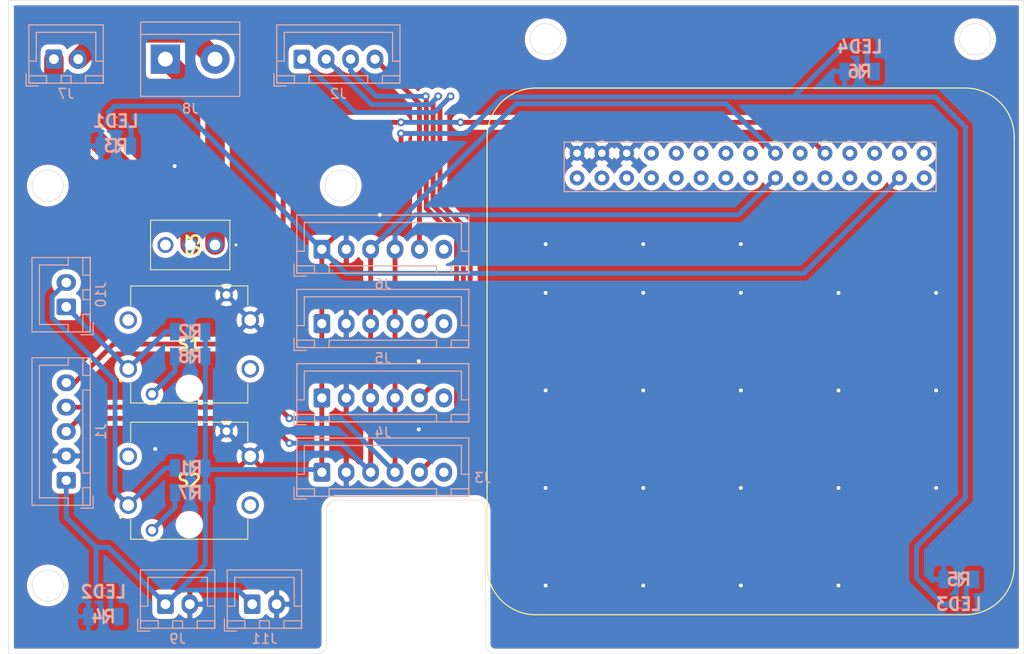
<source format=kicad_pcb>
(kicad_pcb (version 20171130) (host pcbnew "(5.1.10)-1")
  (layers (0 F.Cu signal) (31 B.Cu signal) (34 B.Paste user) (35 F.Paste user) (36 B.SilkS user) (37 F.SilkS user) (38 B.Mask user) (39 F.Mask user) (44 Edge.Cuts user))
  (net 0 "")
  (net 1 "Net-(J2-Pad1)")
  (net 2 "Net-(J2-Pad2)")
  (net 3 "Net-(J2-Pad3)")
  (net 4 "Net-(J2-Pad4)")
  (net 5 "Net-(J8-Pad1)")
  (net 6 "Net-(LED1-Pad2)")
  (net 7 "Net-(LED2-Pad2)")
  (net 8 "Net-(LED3-Pad2)")
  (net 9 "Net-(LED4-Pad2)")
  (net 10 "Net-(J7-Pad1)")
  (net 11 +5V)
  (net 12 GND)
  (net 13 SDA)
  (net 14 SCL)
  (net 15 data)
  (net 16 "Net-(J7-Pad2)")
  (net 17 S2)
  (net 18 S1)
  (net 19 "Net-(R7-Pad1)")
  (net 20 "Net-(R8-Pad1)")
  (module "BSCS USB Type C:M5stack" (layer F.Cu) (at 239 76 90)
    (fp_text reference U1)
    (fp_text value M5stack)
    (pad 1 thru_hole circle (at 20.32 -17.78 90) (size 1.524 1.524) (drill 0.762) (layers *.Cu *.Mask) (net 12 GND))
    (pad 2 thru_hole circle (at 20.32 -15.24 90) (size 1.524 1.524) (drill 0.762) (layers *.Cu *.Mask) (net 12 GND))
    (pad 3 thru_hole circle (at 20.32 -12.7 90) (size 1.524 1.524) (drill 0.762) (layers *.Cu *.Mask) (net 12 GND))
    (pad 4 thru_hole circle (at 20.32 -10.16 90) (size 1.524 1.524) (drill 0.762) (layers *.Cu *.Mask))
    (pad 5 thru_hole circle (at 20.32 -7.62 90) (size 1.524 1.524) (drill 0.762) (layers *.Cu *.Mask))
    (pad 6 thru_hole circle (at 20.32 -5.08 90) (size 1.524 1.524) (drill 0.762) (layers *.Cu *.Mask))
    (pad 7 thru_hole circle (at 20.32 -2.54 90) (size 1.524 1.524) (drill 0.762) (layers *.Cu *.Mask))
    (pad 8 thru_hole circle (at 20.32 0 90) (size 1.524 1.524) (drill 0.762) (layers *.Cu *.Mask))
    (pad 9 thru_hole circle (at 20.32 2.54 90) (size 1.524 1.524) (drill 0.762) (layers *.Cu *.Mask) (net 13 SDA))
    (pad 10 thru_hole circle (at 20.32 5.08 90) (size 1.524 1.524) (drill 0.762) (layers *.Cu *.Mask))
    (pad 11 thru_hole circle (at 20.32 7.62 90) (size 1.524 1.524) (drill 0.762) (layers *.Cu *.Mask) (net 15 data))
    (pad 12 thru_hole circle (at 20.32 10.16 90) (size 1.524 1.524) (drill 0.762) (layers *.Cu *.Mask))
    (pad 13 thru_hole circle (at 20.32 12.7 90) (size 1.524 1.524) (drill 0.762) (layers *.Cu *.Mask))
    (pad 14 thru_hole circle (at 20.32 15.24 90) (size 1.524 1.524) (drill 0.762) (layers *.Cu *.Mask))
    (pad 15 thru_hole circle (at 20.32 17.78 90) (size 1.524 1.524) (drill 0.762) (layers *.Cu *.Mask))
    (pad 16 thru_hole circle (at 17.78 -17.78 90) (size 1.524 1.524) (drill 0.762) (layers *.Cu *.Mask))
    (pad 17 thru_hole circle (at 17.78 -15.24 90) (size 1.524 1.524) (drill 0.762) (layers *.Cu *.Mask))
    (pad 18 thru_hole circle (at 17.78 -12.7 90) (size 1.524 1.524) (drill 0.762) (layers *.Cu *.Mask))
    (pad 19 thru_hole circle (at 17.78 -10.16 90) (size 1.524 1.524) (drill 0.762) (layers *.Cu *.Mask))
    (pad 20 thru_hole circle (at 17.78 -7.62 90) (size 1.524 1.524) (drill 0.762) (layers *.Cu *.Mask))
    (pad 21 thru_hole circle (at 17.78 -5.08 90) (size 1.524 1.524) (drill 0.762) (layers *.Cu *.Mask))
    (pad 22 thru_hole circle (at 17.78 -2.54 90) (size 1.524 1.524) (drill 0.762) (layers *.Cu *.Mask))
    (pad 23 thru_hole circle (at 17.78 0 90) (size 1.524 1.524) (drill 0.762) (layers *.Cu *.Mask))
    (pad 24 thru_hole circle (at 17.78 2.54 90) (size 1.524 1.524) (drill 0.762) (layers *.Cu *.Mask) (net 14 SCL))
    (pad 25 thru_hole circle (at 17.78 5.08 90) (size 1.524 1.524) (drill 0.762) (layers *.Cu *.Mask))
    (pad 26 thru_hole circle (at 17.78 7.62 90) (size 1.524 1.524) (drill 0.762) (layers *.Cu *.Mask))
    (pad 27 thru_hole circle (at 17.78 10.16 90) (size 1.524 1.524) (drill 0.762) (layers *.Cu *.Mask))
    (pad 28 thru_hole circle (at 17.78 12.7 90) (size 1.524 1.524) (drill 0.762) (layers *.Cu *.Mask))
    (pad 29 thru_hole circle (at 17.78 15.24 90) (size 1.524 1.524) (drill 0.762) (layers *.Cu *.Mask) (net 11 +5V))
    (pad 30 thru_hole circle (at 17.78 17.78 90) (size 1.524 1.524) (drill 0.762) (layers *.Cu *.Mask))
  )
  (module Connector_JST:JST_XH_B4B-XH-A_1x04_P2.50mm_Vertical (layer B.Cu) (at 193.02 46.04)
    (fp_text reference J2 (at 3.75 3.55) (layer B.SilkS) (effects (justify mirror)))
    (fp_text value Conn_01x04_Male)
    (pad 1 thru_hole roundrect (at 0 0) (size 1.7 1.95) (drill 0.95) (layers *.Cu *.Mask) (roundrect_rratio 0.1470588235294118) (net 1 "Net-(J2-Pad1)"))
    (pad 2 thru_hole oval (at 2.5 0) (size 1.7 1.95) (drill 0.95) (layers *.Cu *.Mask) (net 2 "Net-(J2-Pad2)"))
    (pad 3 thru_hole oval (at 5 0) (size 1.7 1.95) (drill 0.95) (layers *.Cu *.Mask) (net 3 "Net-(J2-Pad3)"))
    (pad 4 thru_hole oval (at 7.5 0) (size 1.7 1.95) (drill 0.95) (layers *.Cu *.Mask) (net 4 "Net-(J2-Pad4)"))
  )
  (module Connector_JST:JST_XH_B6B-XH-A_1x06_P2.50mm_Vertical (layer B.Cu) (at 195.072 88.392)
    (fp_text reference J3 (at 16.49 0.574) (layer B.SilkS) (effects (justify mirror)))
    (fp_text value Conn_01x06_Female)
    (pad 6 thru_hole oval (at 12.5 0) (size 1.7 1.95) (drill 0.95) (layers *.Cu *.Mask))
    (pad 5 thru_hole oval (at 10 0) (size 1.7 1.95) (drill 0.95) (layers *.Cu *.Mask) (net 1 "Net-(J2-Pad1)"))
    (pad 4 thru_hole oval (at 7.5 0) (size 1.7 1.95) (drill 0.95) (layers *.Cu *.Mask) (net 14 SCL))
    (pad 3 thru_hole oval (at 5 0) (size 1.7 1.95) (drill 0.95) (layers *.Cu *.Mask) (net 13 SDA))
    (pad 2 thru_hole oval (at 2.5 0) (size 1.7 1.95) (drill 0.95) (layers *.Cu *.Mask) (net 12 GND))
    (pad 1 thru_hole roundrect (at 0 0) (size 1.7 1.95) (drill 0.95) (layers *.Cu *.Mask) (roundrect_rratio 0.1470588235294118) (net 11 +5V))
  )
  (module Connector_JST:JST_XH_B6B-XH-A_1x06_P2.50mm_Vertical (layer B.Cu) (at 195.072 80.772)
    (fp_text reference J4 (at 6.25 3.55 180) (layer B.SilkS) (effects (justify mirror)))
    (fp_text value Conn_01x06_Female)
    (pad 1 thru_hole roundrect (at 0 0) (size 1.7 1.95) (drill 0.95) (layers *.Cu *.Mask) (roundrect_rratio 0.1470588235294118) (net 11 +5V))
    (pad 2 thru_hole oval (at 2.5 0) (size 1.7 1.95) (drill 0.95) (layers *.Cu *.Mask) (net 12 GND))
    (pad 3 thru_hole oval (at 5 0) (size 1.7 1.95) (drill 0.95) (layers *.Cu *.Mask) (net 13 SDA))
    (pad 4 thru_hole oval (at 7.5 0) (size 1.7 1.95) (drill 0.95) (layers *.Cu *.Mask) (net 14 SCL))
    (pad 5 thru_hole oval (at 10 0) (size 1.7 1.95) (drill 0.95) (layers *.Cu *.Mask) (net 2 "Net-(J2-Pad2)"))
    (pad 6 thru_hole oval (at 12.5 0) (size 1.7 1.95) (drill 0.95) (layers *.Cu *.Mask))
  )
  (module Connector_JST:JST_XH_B6B-XH-A_1x06_P2.50mm_Vertical (layer B.Cu) (at 195.072 73.152)
    (fp_text reference J5 (at 6.25 3.55) (layer B.SilkS) (effects (justify mirror)))
    (fp_text value Conn_01x06_Female)
    (pad 6 thru_hole oval (at 12.5 0) (size 1.7 1.95) (drill 0.95) (layers *.Cu *.Mask))
    (pad 5 thru_hole oval (at 10 0) (size 1.7 1.95) (drill 0.95) (layers *.Cu *.Mask) (net 3 "Net-(J2-Pad3)"))
    (pad 4 thru_hole oval (at 7.5 0) (size 1.7 1.95) (drill 0.95) (layers *.Cu *.Mask) (net 14 SCL))
    (pad 3 thru_hole oval (at 5 0) (size 1.7 1.95) (drill 0.95) (layers *.Cu *.Mask) (net 13 SDA))
    (pad 2 thru_hole oval (at 2.5 0) (size 1.7 1.95) (drill 0.95) (layers *.Cu *.Mask) (net 12 GND))
    (pad 1 thru_hole roundrect (at 0 0) (size 1.7 1.95) (drill 0.95) (layers *.Cu *.Mask) (roundrect_rratio 0.1470588235294118) (net 11 +5V))
  )
  (module Connector_JST:JST_XH_B6B-XH-A_1x06_P2.50mm_Vertical (layer B.Cu) (at 195.072 65.532)
    (fp_text reference J6 (at 6.25 3.55) (layer B.SilkS) (effects (justify mirror)))
    (fp_text value Conn_01x06_Female)
    (pad 1 thru_hole roundrect (at 0 0) (size 1.7 1.95) (drill 0.95) (layers *.Cu *.Mask) (roundrect_rratio 0.1470588235294118) (net 11 +5V))
    (pad 2 thru_hole oval (at 2.5 0) (size 1.7 1.95) (drill 0.95) (layers *.Cu *.Mask) (net 12 GND))
    (pad 3 thru_hole oval (at 5 0) (size 1.7 1.95) (drill 0.95) (layers *.Cu *.Mask) (net 13 SDA))
    (pad 4 thru_hole oval (at 7.5 0) (size 1.7 1.95) (drill 0.95) (layers *.Cu *.Mask) (net 14 SCL))
    (pad 5 thru_hole oval (at 10 0) (size 1.7 1.95) (drill 0.95) (layers *.Cu *.Mask) (net 4 "Net-(J2-Pad4)"))
    (pad 6 thru_hole oval (at 12.5 0) (size 1.7 1.95) (drill 0.95) (layers *.Cu *.Mask))
  )
  (module Connector_JST:JST_XH_B2B-XH-A_1x02_P2.50mm_Vertical (layer B.Cu) (at 168.89 71.44 90)
    (fp_text reference J10 (at 1.25 3.55 90) (layer B.SilkS) (effects (justify mirror)))
    (fp_text value Conn_01x02_Male)
    (pad 2 thru_hole oval (at 2.5 0 90) (size 1.7 2) (drill 1) (layers *.Cu *.Mask) (net 17 S2))
    (pad 1 thru_hole roundrect (at 0 0 90) (size 1.7 2) (drill 1) (layers *.Cu *.Mask) (roundrect_rratio 0.1470588235294118) (net 18 S1))
  )
  (module SamacSys_Parts:OSXX0603C1E (layer B.Cu) (at 173.97 52.39)
    (fp_text reference LED1 (at 0 0) (layer B.SilkS) (effects (font (size 1.27 1.27) (thickness 0.254)) (justify mirror)))
    (fp_text value OSXX0603C1E hide)
    (pad 2 smd rect (at 0.75 0) (size 0.8 0.8) (layers B.Cu B.Paste B.Mask) (net 6 "Net-(LED1-Pad2)"))
    (pad 1 smd rect (at -0.75 0) (size 0.8 0.8) (layers B.Cu B.Paste B.Mask) (net 11 +5V))
  )
  (module SamacSys_Parts:OSXX0603C1E (layer B.Cu) (at 172.7 100.65)
    (fp_text reference LED2 (at 0 0) (layer B.SilkS) (effects (font (size 1.27 1.27) (thickness 0.254)) (justify mirror)))
    (fp_text value OSXX0603C1E hide)
    (pad 1 smd rect (at -0.75 0) (size 0.8 0.8) (layers B.Cu B.Paste B.Mask) (net 11 +5V))
    (pad 2 smd rect (at 0.75 0) (size 0.8 0.8) (layers B.Cu B.Paste B.Mask) (net 7 "Net-(LED2-Pad2)"))
  )
  (module SamacSys_Parts:OSXX0603C1E (layer B.Cu) (at 260.33 101.92)
    (fp_text reference LED3 (at 0 0) (layer B.SilkS) (effects (font (size 1.27 1.27) (thickness 0.254)) (justify mirror)))
    (fp_text value OSXX0603C1E hide)
    (pad 1 smd rect (at -0.75 0) (size 0.8 0.8) (layers B.Cu B.Paste B.Mask) (net 11 +5V))
    (pad 2 smd rect (at 0.75 0) (size 0.8 0.8) (layers B.Cu B.Paste B.Mask) (net 8 "Net-(LED3-Pad2)"))
  )
  (module SamacSys_Parts:OSXX0603C1E (layer B.Cu) (at 250.17 44.77)
    (fp_text reference LED4 (at 0 0) (layer B.SilkS) (effects (font (size 1.27 1.27) (thickness 0.254)) (justify mirror)))
    (fp_text value OSXX0603C1E hide)
    (pad 2 smd rect (at 0.75 0) (size 0.8 0.8) (layers B.Cu B.Paste B.Mask) (net 9 "Net-(LED4-Pad2)"))
    (pad 1 smd rect (at -0.75 0) (size 0.8 0.8) (layers B.Cu B.Paste B.Mask) (net 11 +5V))
  )
  (module SamacSys_Parts:RESC3216X70N (layer B.Cu) (at 181.59 73.98 180)
    (fp_text reference R2 (at 0 0) (layer B.SilkS) (effects (font (size 1.27 1.27) (thickness 0.254)) (justify mirror)))
    (fp_text value RK73B2BTTD103J hide)
    (pad 1 smd rect (at -1.55 0 180) (size 1.05 1.8) (layers B.Cu B.Paste B.Mask) (net 11 +5V))
    (pad 2 smd rect (at 1.55 0 180) (size 1.05 1.8) (layers B.Cu B.Paste B.Mask) (net 18 S1))
  )
  (module SamacSys_Parts:RESC3216X70N (layer B.Cu) (at 173.97 54.93 180)
    (fp_text reference R3 (at 0 0) (layer B.SilkS) (effects (font (size 1.27 1.27) (thickness 0.254)) (justify mirror)))
    (fp_text value RK73B2BTTD221J hide)
    (pad 1 smd rect (at -1.55 0 180) (size 1.05 1.8) (layers B.Cu B.Paste B.Mask) (net 6 "Net-(LED1-Pad2)"))
    (pad 2 smd rect (at 1.55 0 180) (size 1.05 1.8) (layers B.Cu B.Paste B.Mask) (net 12 GND))
  )
  (module SamacSys_Parts:RESC3216X70N (layer B.Cu) (at 172.7 103.19 180)
    (fp_text reference R4 (at 0 0) (layer B.SilkS) (effects (font (size 1.27 1.27) (thickness 0.254)) (justify mirror)))
    (fp_text value RK73B2BTTD221J hide)
    (pad 2 smd rect (at 1.55 0 180) (size 1.05 1.8) (layers B.Cu B.Paste B.Mask) (net 12 GND))
    (pad 1 smd rect (at -1.55 0 180) (size 1.05 1.8) (layers B.Cu B.Paste B.Mask) (net 7 "Net-(LED2-Pad2)"))
  )
  (module SamacSys_Parts:RESC3216X70N (layer B.Cu) (at 260.33 99.38 180)
    (fp_text reference R5 (at 0 0) (layer B.SilkS) (effects (font (size 1.27 1.27) (thickness 0.254)) (justify mirror)))
    (fp_text value RK73B2BTTD221J hide)
    (pad 2 smd rect (at 1.55 0 180) (size 1.05 1.8) (layers B.Cu B.Paste B.Mask) (net 12 GND))
    (pad 1 smd rect (at -1.55 0 180) (size 1.05 1.8) (layers B.Cu B.Paste B.Mask) (net 8 "Net-(LED3-Pad2)"))
  )
  (module SamacSys_Parts:RESC3216X70N (layer B.Cu) (at 250.17 47.31 180)
    (fp_text reference R6 (at 0 0) (layer B.SilkS) (effects (font (size 1.27 1.27) (thickness 0.254)) (justify mirror)))
    (fp_text value RK73B2BTTD221J hide)
    (pad 1 smd rect (at -1.55 0 180) (size 1.05 1.8) (layers B.Cu B.Paste B.Mask) (net 9 "Net-(LED4-Pad2)"))
    (pad 2 smd rect (at 1.55 0 180) (size 1.05 1.8) (layers B.Cu B.Paste B.Mask) (net 12 GND))
  )
  (module SamacSys_Parts:ST12303FCG (layer F.Cu) (at 175.24 77.79)
    (fp_text reference S1 (at 6.25 -2.5) (layer F.SilkS) (effects (font (size 1.27 1.27) (thickness 0.254))))
    (fp_text value ST12-303FCG hide)
    (pad 1 thru_hole circle (at 0 0) (size 1.8 1.8) (drill 1.2) (layers *.Cu *.Mask) (net 18 S1))
    (pad 2 thru_hole circle (at 12.5 0) (size 1.8 1.8) (drill 1.2) (layers *.Cu *.Mask))
    (pad 3 thru_hole circle (at 0 -5) (size 1.8 1.8) (drill 1.2) (layers *.Cu *.Mask))
    (pad 4 thru_hole circle (at 12.5 -5) (size 1.8 1.8) (drill 1.2) (layers *.Cu *.Mask) (net 12 GND))
    (pad MH1 thru_hole circle (at 2.44 2.58) (size 1.3 1.3) (drill 0.8) (layers *.Cu *.Mask) (net 20 "Net-(R8-Pad1)"))
    (pad MH2 thru_hole circle (at 10.06 -7.58) (size 1.3 1.3) (drill 0.8) (layers *.Cu *.Mask) (net 12 GND))
    (pad MH3 np_thru_hole circle (at 6.25 2) (size 1.8 0) (drill 1.8) (layers *.Cu *.Mask))
  )
  (module Connector_JST:JST_XH_B5B-XH-A_1x05_P2.50mm_Vertical (layer B.Cu) (at 168.89 89.22 90)
    (fp_text reference J1 (at 5 3.55 90) (layer B.SilkS) (effects (justify mirror)))
    (fp_text value Conn_01x05_Male)
    (pad 1 thru_hole roundrect (at 0 0 90) (size 1.7 1.95) (drill 0.95) (layers *.Cu *.Mask) (roundrect_rratio 0.1470588235294118) (net 11 +5V))
    (pad 2 thru_hole oval (at 2.5 0 90) (size 1.7 1.95) (drill 0.95) (layers *.Cu *.Mask) (net 12 GND))
    (pad 3 thru_hole oval (at 5 0 90) (size 1.7 1.95) (drill 0.95) (layers *.Cu *.Mask) (net 13 SDA))
    (pad 4 thru_hole oval (at 7.5 0 90) (size 1.7 1.95) (drill 0.95) (layers *.Cu *.Mask) (net 14 SCL))
    (pad 5 thru_hole oval (at 10 0 90) (size 1.7 1.95) (drill 0.95) (layers *.Cu *.Mask) (net 15 data))
  )
  (module SamacSys_Parts:RESC3216X70N (layer B.Cu) (at 181.59 76.52)
    (fp_text reference R8 (at 0 0) (layer B.SilkS) (effects (font (size 1.27 1.27) (thickness 0.254)) (justify mirror)))
    (fp_text value RK73B2BTTD221J hide)
    (pad 1 smd rect (at -1.55 0) (size 1.05 1.8) (layers B.Cu B.Paste B.Mask) (net 20 "Net-(R8-Pad1)"))
    (pad 2 smd rect (at 1.55 0) (size 1.05 1.8) (layers B.Cu B.Paste B.Mask) (net 11 +5V))
  )
  (module Connector_JST:JST_XH_B2B-XH-A_1x02_P2.50mm_Vertical (layer B.Cu) (at 167.62 46.04)
    (fp_text reference J7 (at 1.25 3.55) (layer B.SilkS) (effects (justify mirror)))
    (fp_text value Conn_01x02_Male)
    (pad 1 thru_hole roundrect (at 0 0) (size 1.7 2) (drill 1) (layers *.Cu *.Mask) (roundrect_rratio 0.147059) (net 10 "Net-(J7-Pad1)"))
    (pad 2 thru_hole oval (at 2.5 0) (size 1.7 2) (drill 1) (layers *.Cu *.Mask) (net 16 "Net-(J7-Pad2)"))
  )
  (module TerminalBlock:TerminalBlock_bornier-2_P5.08mm (layer B.Cu) (at 179.05 46.04)
    (fp_text reference J8 (at 2.54 5.08) (layer B.SilkS) (effects (justify mirror)))
    (fp_text value Conn_01x02_Male)
    (pad 1 thru_hole rect (at 0 0) (size 3 3) (drill 1.52) (layers *.Cu *.Mask) (net 5 "Net-(J8-Pad1)"))
    (pad 2 thru_hole circle (at 5.08 0) (size 3 3) (drill 1.52) (layers *.Cu *.Mask) (net 16 "Net-(J7-Pad2)"))
  )
  (module Connector_JST:JST_XH_B2B-XH-A_1x02_P2.50mm_Vertical (layer B.Cu) (at 179.05 101.92)
    (fp_text reference J9 (at 1.25 3.55) (layer B.SilkS) (effects (justify mirror)))
    (fp_text value Conn_01x02_Male)
    (pad 2 thru_hole oval (at 2.5 0) (size 1.7 2) (drill 1) (layers *.Cu *.Mask) (net 12 GND))
    (pad 1 thru_hole roundrect (at 0 0) (size 1.7 2) (drill 1) (layers *.Cu *.Mask) (roundrect_rratio 0.147059) (net 11 +5V))
  )
  (module Connector_JST:JST_XH_B2B-XH-A_1x02_P2.50mm_Vertical (layer B.Cu) (at 187.94 101.92)
    (fp_text reference J11 (at 1.25 3.55) (layer B.SilkS) (effects (justify mirror)))
    (fp_text value Conn_01x02_Male)
    (pad 1 thru_hole roundrect (at 0 0) (size 1.7 2) (drill 1) (layers *.Cu *.Mask) (roundrect_rratio 0.147059) (net 11 +5V))
    (pad 2 thru_hole oval (at 2.5 0) (size 1.7 2) (drill 1) (layers *.Cu *.Mask) (net 12 GND))
  )
  (module SamacSys_Parts:RESC3216X70N (layer B.Cu) (at 181.59 87.95 180)
    (fp_text reference R1 (at 0 0 180) (layer B.SilkS) (effects (font (size 1.27 1.27) (thickness 0.254)) (justify mirror)))
    (fp_text value RK73B2BTTD103J hide)
    (pad 2 smd rect (at 1.55 0 180) (size 1.05 1.8) (layers B.Cu B.Paste B.Mask) (net 17 S2))
    (pad 1 smd rect (at -1.55 0 180) (size 1.05 1.8) (layers B.Cu B.Paste B.Mask) (net 11 +5V))
  )
  (module SamacSys_Parts:RESC3216X70N (layer B.Cu) (at 181.59 90.49)
    (fp_text reference R7 (at 0 0) (layer B.SilkS) (effects (font (size 1.27 1.27) (thickness 0.254)) (justify mirror)))
    (fp_text value RK73B2BTTD221J hide)
    (pad 1 smd rect (at -1.55 0) (size 1.05 1.8) (layers B.Cu B.Paste B.Mask) (net 19 "Net-(R7-Pad1)"))
    (pad 2 smd rect (at 1.55 0) (size 1.05 1.8) (layers B.Cu B.Paste B.Mask) (net 11 +5V))
  )
  (module SamacSys_Parts:ST12303FCG (layer F.Cu) (at 175.24 91.76)
    (fp_text reference S2 (at 6.25 -2.5) (layer F.SilkS) (effects (font (size 1.27 1.27) (thickness 0.254))))
    (fp_text value ST12-303FCG hide)
    (pad 1 thru_hole circle (at 0 0) (size 1.8 1.8) (drill 1.2) (layers *.Cu *.Mask) (net 17 S2))
    (pad 2 thru_hole circle (at 12.5 0) (size 1.8 1.8) (drill 1.2) (layers *.Cu *.Mask))
    (pad 3 thru_hole circle (at 0 -5) (size 1.8 1.8) (drill 1.2) (layers *.Cu *.Mask))
    (pad 4 thru_hole circle (at 12.5 -5) (size 1.8 1.8) (drill 1.2) (layers *.Cu *.Mask) (net 12 GND))
    (pad MH1 thru_hole circle (at 2.44 2.58) (size 1.3 1.3) (drill 0.8) (layers *.Cu *.Mask) (net 19 "Net-(R7-Pad1)"))
    (pad MH2 thru_hole circle (at 10.06 -7.58) (size 1.3 1.3) (drill 0.8) (layers *.Cu *.Mask) (net 12 GND))
    (pad MH3 np_thru_hole circle (at 6.25 2) (size 1.8 0) (drill 1.8) (layers *.Cu *.Mask))
  )
  (module SamacSys_Parts:2MS1T1B4M2QES (layer F.Cu) (at 184.13 65.09 90)
    (fp_text reference S3 (at 0 -2.203 90) (layer F.SilkS) (effects (font (size 1.27 1.27) (thickness 0.254))))
    (fp_text value 2MS1T1B4M2QES hide)
    (pad 1 thru_hole circle (at 0 0 90) (size 1.635 1.635) (drill 1.09) (layers *.Cu *.Mask) (net 5 "Net-(J8-Pad1)"))
    (pad 2 thru_hole circle (at 0 -2.54 90) (size 1.635 1.635) (drill 1.09) (layers *.Cu *.Mask) (net 10 "Net-(J7-Pad1)"))
    (pad 3 thru_hole circle (at 0 -5.08 90) (size 1.635 1.635) (drill 1.09) (layers *.Cu *.Mask))
  )
  (gr_line (start 163 40) (end 267 40) (layer Edge.Cuts) (width 0.05))
  (gr_line (start 163 107) (end 194.544 107) (layer Edge.Cuts) (width 0.05))
  (gr_line (start 212.832 107) (end 267 107) (layer Edge.Cuts) (width 0.05))
  (gr_line (start 267 107) (end 267 40) (layer Edge.Cuts) (width 0.05))
  (gr_line (start 163 107) (end 163 40) (layer Edge.Cuts) (width 0.05))
  (gr_line (start 211.816 105.984) (end 211.816 92.268) (layer Edge.Cuts) (width 0.05))
  (gr_line (start 195.56 92.268) (end 195.56 105.984) (layer Edge.Cuts) (width 0.05))
  (gr_line (start 196.576 91.252) (end 197.084 91.252) (layer Edge.Cuts) (width 0.05))
  (gr_line (start 197.084 91.252) (end 210.8 91.252) (layer Edge.Cuts) (width 0.05))
  (gr_arc (start 210.8 92.268) (end 211.816 92.268) (angle -90) (layer Edge.Cuts) (width 0.05))
  (gr_arc (start 196.576 92.268) (end 196.576 91.252) (angle -90) (layer Edge.Cuts) (width 0.05))
  (gr_arc (start 212.832 105.984) (end 211.816 105.984) (angle -90) (layer Edge.Cuts) (width 0.05))
  (gr_arc (start 194.544 105.984) (end 194.544 107) (angle -90) (layer Edge.Cuts) (width 0.05))
  (gr_circle (center 218 44) (end 218 45.6) (layer Edge.Cuts) (width 0.05))
  (gr_circle (center 262 44) (end 262 45.6) (layer Edge.Cuts) (width 0.05))
  (gr_circle (center 197 59) (end 197 60.6) (layer Edge.Cuts) (width 0.05))
  (gr_circle (center 167 59) (end 167 60.6) (layer Edge.Cuts) (width 0.05))
  (gr_circle (center 167 100) (end 167 101.6) (layer Edge.Cuts) (width 0.05))
  (via (at 208.26 49.85) (size 0.8) (drill 0.4) (layers F.Cu B.Cu) (net 1))
  (segment (start 206.609 51.501) (end 208.26 49.85) (width 0.5) (layer B.Cu) (net 1))
  (segment (start 198.481 51.501) (end 206.609 51.501) (width 0.5) (layer B.Cu) (net 1))
  (segment (start 193.02 46.04) (end 198.481 51.501) (width 0.5) (layer B.Cu) (net 1))
  (segment (start 210.27203 76.561932) (end 208.87201 77.961952) (width 0.5) (layer F.Cu) (net 1))
  (segment (start 210.27203 63.852104) (end 210.27203 76.561932) (width 0.5) (layer F.Cu) (net 1))
  (segment (start 207.17203 60.752105) (end 210.27203 63.852104) (width 0.5) (layer F.Cu) (net 1))
  (segment (start 208.87201 84.59199) (end 205.072 88.392) (width 0.5) (layer F.Cu) (net 1))
  (segment (start 208.87201 77.961952) (end 208.87201 84.59199) (width 0.5) (layer F.Cu) (net 1))
  (segment (start 207.17203 50.93797) (end 207.17203 60.752105) (width 0.5) (layer F.Cu) (net 1))
  (segment (start 208.26 49.85) (end 207.17203 50.93797) (width 0.5) (layer F.Cu) (net 1))
  (via (at 206.99 49.85) (size 0.8) (drill 0.4) (layers F.Cu B.Cu) (net 2))
  (segment (start 209.57202 76.27198) (end 205.072 80.772) (width 0.5) (layer F.Cu) (net 2))
  (segment (start 209.57202 64.142057) (end 209.57202 76.27198) (width 0.5) (layer F.Cu) (net 2))
  (segment (start 206.47202 61.042057) (end 209.57202 64.142057) (width 0.5) (layer F.Cu) (net 2))
  (segment (start 206.47202 50.36798) (end 206.47202 61.042057) (width 0.5) (layer F.Cu) (net 2))
  (segment (start 206.99 49.85) (end 206.47202 50.36798) (width 0.5) (layer F.Cu) (net 2))
  (segment (start 195.52 46.04) (end 200.092 50.612) (width 0.5) (layer B.Cu) (net 2))
  (segment (start 200.180001 50.700001) (end 200.092 50.612) (width 0.5) (layer B.Cu) (net 2))
  (segment (start 206.139999 50.700001) (end 200.180001 50.700001) (width 0.5) (layer B.Cu) (net 2))
  (segment (start 206.99 49.85) (end 206.139999 50.700001) (width 0.5) (layer B.Cu) (net 2))
  (segment (start 208.87201 64.43201) (end 205.77201 61.33201) (width 0.5) (layer F.Cu) (net 3))
  (segment (start 208.87201 69.35199) (end 208.87201 64.43201) (width 0.5) (layer F.Cu) (net 3))
  (segment (start 205.072 73.152) (end 208.87201 69.35199) (width 0.5) (layer F.Cu) (net 3))
  (via (at 205.72 49.85) (size 0.8) (drill 0.4) (layers F.Cu B.Cu) (net 3))
  (segment (start 205.77201 49.90201) (end 205.72 49.85) (width 0.5) (layer F.Cu) (net 3))
  (segment (start 205.77201 61.33201) (end 205.77201 49.90201) (width 0.5) (layer F.Cu) (net 3))
  (segment (start 205.72 49.85) (end 200.64 49.85) (width 0.5) (layer B.Cu) (net 3))
  (segment (start 198.02 47.23) (end 200.64 49.85) (width 0.5) (layer B.Cu) (net 3))
  (segment (start 198.02 46.04) (end 198.02 47.23) (width 0.5) (layer B.Cu) (net 3))
  (segment (start 205.072 50.592) (end 200.52 46.04) (width 0.5) (layer F.Cu) (net 4))
  (segment (start 205.072 65.532) (end 205.072 50.592) (width 0.5) (layer F.Cu) (net 4))
  (segment (start 184.13 51.12) (end 184.13 65.09) (width 2) (layer F.Cu) (net 5))
  (segment (start 179.05 46.04) (end 184.13 51.12) (width 2) (layer F.Cu) (net 5))
  (segment (start 175.52 53.19) (end 174.72 52.39) (width 0.5) (layer B.Cu) (net 6))
  (segment (start 175.52 54.93) (end 175.52 53.19) (width 0.5) (layer B.Cu) (net 6))
  (segment (start 173.45 102.39) (end 174.25 103.19) (width 0.5) (layer B.Cu) (net 7))
  (segment (start 173.45 100.65) (end 173.45 102.39) (width 0.5) (layer B.Cu) (net 7))
  (segment (start 261.08 100.18) (end 261.88 99.38) (width 0.5) (layer B.Cu) (net 8))
  (segment (start 261.08 101.92) (end 261.08 100.18) (width 0.5) (layer B.Cu) (net 8))
  (segment (start 250.92 46.51) (end 251.72 47.31) (width 0.5) (layer B.Cu) (net 9))
  (segment (start 250.92 44.77) (end 250.92 46.51) (width 0.5) (layer B.Cu) (net 9))
  (segment (start 167.62 49.963881) (end 167.62 46.04) (width 2) (layer F.Cu) (net 10))
  (segment (start 181.59 63.933881) (end 167.62 49.963881) (width 2) (layer F.Cu) (net 10))
  (segment (start 181.59 65.09) (end 181.59 63.933881) (width 2) (layer F.Cu) (net 10))
  (segment (start 195.072 88.392) (end 195.072 80.772) (width 0.5) (layer F.Cu) (net 11))
  (segment (start 195.072 80.772) (end 195.072 73.152) (width 0.5) (layer F.Cu) (net 11))
  (segment (start 195.072 73.152) (end 195.072 65.532) (width 0.5) (layer F.Cu) (net 11))
  (segment (start 168.89 89.22) (end 168.89 93.03) (width 0.5) (layer B.Cu) (net 11))
  (segment (start 171.95 96.09) (end 171.95 100.65) (width 0.5) (layer B.Cu) (net 11))
  (segment (start 168.89 93.03) (end 171.95 96.09) (width 0.5) (layer B.Cu) (net 11))
  (segment (start 173.22 96.09) (end 179.05 101.92) (width 0.5) (layer B.Cu) (net 11))
  (segment (start 171.95 96.09) (end 173.22 96.09) (width 0.5) (layer B.Cu) (net 11))
  (segment (start 186.48999 100.46999) (end 187.94 101.92) (width 0.5) (layer B.Cu) (net 11))
  (segment (start 180.50001 100.46999) (end 186.48999 100.46999) (width 0.5) (layer B.Cu) (net 11))
  (segment (start 179.05 101.92) (end 180.50001 100.46999) (width 0.5) (layer B.Cu) (net 11))
  (segment (start 183.14 97.83) (end 180.50001 100.46999) (width 0.5) (layer B.Cu) (net 11))
  (segment (start 183.14 90.49) (end 183.14 97.83) (width 0.5) (layer B.Cu) (net 11))
  (segment (start 183.14 76.52) (end 183.14 73.98) (width 0.5) (layer B.Cu) (net 11))
  (segment (start 183.14 90.49) (end 183.14 87.95) (width 0.5) (layer B.Cu) (net 11))
  (segment (start 183.14 87.95) (end 183.14 76.52) (width 0.5) (layer B.Cu) (net 11))
  (segment (start 194.790001 88.110001) (end 195.072 88.392) (width 0.5) (layer B.Cu) (net 11))
  (segment (start 183.300001 88.110001) (end 194.790001 88.110001) (width 0.5) (layer B.Cu) (net 11))
  (segment (start 183.14 87.95) (end 183.300001 88.110001) (width 0.5) (layer B.Cu) (net 11))
  (via (at 203.18 53.66) (size 0.8) (drill 0.4) (layers F.Cu B.Cu) (net 11))
  (segment (start 203.18 57.424) (end 195.072 65.532) (width 0.5) (layer F.Cu) (net 11))
  (segment (start 203.18 53.66) (end 203.18 57.424) (width 0.5) (layer F.Cu) (net 11))
  (segment (start 209.841685 53.66) (end 209.149 53.66) (width 0.5) (layer B.Cu) (net 11))
  (segment (start 213.589695 49.91199) (end 209.841685 53.66) (width 0.5) (layer B.Cu) (net 11))
  (segment (start 248.52 44.77) (end 243.37801 49.91199) (width 0.5) (layer B.Cu) (net 11))
  (segment (start 243.37801 49.91199) (end 213.589695 49.91199) (width 0.5) (layer B.Cu) (net 11))
  (segment (start 249.42 44.77) (end 248.52 44.77) (width 0.5) (layer B.Cu) (net 11))
  (segment (start 209.149 53.66) (end 203.18 53.66) (width 0.5) (layer B.Cu) (net 11))
  (segment (start 173.22 52.39) (end 173.22 51.489) (width 0.5) (layer B.Cu) (net 11))
  (segment (start 173.22 51.489) (end 173.843 50.866) (width 0.5) (layer B.Cu) (net 11))
  (segment (start 180.406 50.866) (end 195.072 65.532) (width 0.5) (layer B.Cu) (net 11))
  (segment (start 173.843 50.866) (end 180.406 50.866) (width 0.5) (layer B.Cu) (net 11))
  (segment (start 243.37801 49.91199) (end 257.91199 49.91199) (width 0.5) (layer B.Cu) (net 11))
  (segment (start 257.91199 49.91199) (end 261 53) (width 0.5) (layer B.Cu) (net 11))
  (segment (start 261 53) (end 261 91) (width 0.5) (layer B.Cu) (net 11))
  (segment (start 261 91) (end 256 96) (width 0.5) (layer B.Cu) (net 11))
  (segment (start 258.68 101.92) (end 259.58 101.92) (width 0.5) (layer B.Cu) (net 11))
  (segment (start 256 99.24) (end 258.68 101.92) (width 0.5) (layer B.Cu) (net 11))
  (segment (start 256 96) (end 256 99.24) (width 0.5) (layer B.Cu) (net 11))
  (segment (start 197.54 68) (end 195.072 65.532) (width 0.5) (layer B.Cu) (net 11))
  (segment (start 244.46 68) (end 197.54 68) (width 0.5) (layer B.Cu) (net 11))
  (segment (start 254.24 58.22) (end 244.46 68) (width 0.5) (layer B.Cu) (net 11))
  (segment (start 197.572 88.392) (end 197.572 80.772) (width 0.5) (layer F.Cu) (net 12))
  (segment (start 197.572 80.772) (end 197.572 73.152) (width 0.5) (layer F.Cu) (net 12))
  (segment (start 197.572 73.152) (end 197.572 65.532) (width 0.5) (layer F.Cu) (net 12))
  (via (at 180 57) (size 0.8) (drill 0.4) (layers F.Cu B.Cu) (net 12))
  (via (at 205 77) (size 0.8) (drill 0.4) (layers F.Cu B.Cu) (net 12))
  (via (at 205 84) (size 0.8) (drill 0.4) (layers F.Cu B.Cu) (net 12))
  (via (at 201 62) (size 0.8) (drill 0.4) (layers F.Cu B.Cu) (net 12))
  (via (at 178 86) (size 0.8) (drill 0.4) (layers F.Cu B.Cu) (net 12))
  (via (at 218 100) (size 0.8) (drill 0.4) (layers F.Cu B.Cu) (net 12))
  (via (at 228 100) (size 0.8) (drill 0.4) (layers F.Cu B.Cu) (net 12))
  (via (at 238 100) (size 0.8) (drill 0.4) (layers F.Cu B.Cu) (net 12))
  (via (at 248 100) (size 0.8) (drill 0.4) (layers F.Cu B.Cu) (net 12))
  (via (at 218 90) (size 0.8) (drill 0.4) (layers F.Cu B.Cu) (net 12))
  (via (at 228 90) (size 0.8) (drill 0.4) (layers F.Cu B.Cu) (net 12))
  (via (at 238 90) (size 0.8) (drill 0.4) (layers F.Cu B.Cu) (net 12))
  (via (at 238 80) (size 0.8) (drill 0.4) (layers F.Cu B.Cu) (net 12))
  (via (at 228 80) (size 0.8) (drill 0.4) (layers F.Cu B.Cu) (net 12))
  (via (at 218 80) (size 0.8) (drill 0.4) (layers F.Cu B.Cu) (net 12))
  (via (at 248 80) (size 0.8) (drill 0.4) (layers F.Cu B.Cu) (net 12))
  (via (at 258 80) (size 0.8) (drill 0.4) (layers F.Cu B.Cu) (net 12))
  (via (at 258 90) (size 0.8) (drill 0.4) (layers F.Cu B.Cu) (net 12))
  (via (at 218 70) (size 0.8) (drill 0.4) (layers F.Cu B.Cu) (net 12))
  (via (at 228 70) (size 0.8) (drill 0.4) (layers F.Cu B.Cu) (net 12))
  (via (at 238 70) (size 0.8) (drill 0.4) (layers F.Cu B.Cu) (net 12))
  (via (at 248 70) (size 0.8) (drill 0.4) (layers F.Cu B.Cu) (net 12))
  (via (at 258 70) (size 0.8) (drill 0.4) (layers F.Cu B.Cu) (net 12))
  (via (at 248 90) (size 0.8) (drill 0.4) (layers F.Cu B.Cu) (net 12))
  (via (at 218 65) (size 0.8) (drill 0.4) (layers F.Cu B.Cu) (net 12))
  (via (at 228 65) (size 0.8) (drill 0.4) (layers F.Cu B.Cu) (net 12))
  (via (at 238 65) (size 0.8) (drill 0.4) (layers F.Cu B.Cu) (net 12))
  (segment (start 200.072 65.532) (end 200.072 73.152) (width 0.5) (layer F.Cu) (net 13))
  (segment (start 200.072 73.152) (end 200.072 80.772) (width 0.5) (layer F.Cu) (net 13))
  (segment (start 200.072 80.772) (end 200.072 88.392) (width 0.5) (layer F.Cu) (net 13))
  (segment (start 197.09 85.41) (end 191.75 85.41) (width 0.5) (layer B.Cu) (net 13))
  (via (at 191.75 85.41) (size 0.8) (drill 0.4) (layers F.Cu B.Cu) (net 13))
  (segment (start 200.072 88.392) (end 197.09 85.41) (width 0.5) (layer B.Cu) (net 13))
  (segment (start 191.75 85.41) (end 189.21 82.87) (width 0.5) (layer F.Cu) (net 13))
  (segment (start 170.24 82.87) (end 168.89 84.22) (width 0.5) (layer F.Cu) (net 13))
  (segment (start 189.21 82.87) (end 170.24 82.87) (width 0.5) (layer F.Cu) (net 13))
  (segment (start 236.472 50.612) (end 241.54 55.68) (width 0.5) (layer B.Cu) (net 13))
  (segment (start 214.992 50.612) (end 236.472 50.612) (width 0.5) (layer B.Cu) (net 13))
  (segment (start 200.072 65.532) (end 214.992 50.612) (width 0.5) (layer B.Cu) (net 13))
  (segment (start 202.572 88.392) (end 202.572 80.772) (width 0.5) (layer F.Cu) (net 14))
  (segment (start 202.572 80.772) (end 202.572 73.152) (width 0.5) (layer F.Cu) (net 14))
  (segment (start 202.572 73.152) (end 202.572 65.532) (width 0.5) (layer F.Cu) (net 14))
  (via (at 191.75 82.87) (size 0.8) (drill 0.4) (layers F.Cu B.Cu) (net 14))
  (segment (start 190.6 81.72) (end 191.75 82.87) (width 0.5) (layer F.Cu) (net 14))
  (segment (start 168.89 81.72) (end 190.6 81.72) (width 0.5) (layer F.Cu) (net 14))
  (segment (start 197.05 82.87) (end 202.572 88.392) (width 0.5) (layer B.Cu) (net 14))
  (segment (start 191.75 82.87) (end 197.05 82.87) (width 0.5) (layer B.Cu) (net 14))
  (segment (start 202.572 64.057) (end 204.629 62) (width 0.5) (layer B.Cu) (net 14))
  (segment (start 202.572 65.532) (end 202.572 64.057) (width 0.5) (layer B.Cu) (net 14))
  (segment (start 237.76 62) (end 241.54 58.22) (width 0.5) (layer B.Cu) (net 14))
  (segment (start 204.629 62) (end 237.76 62) (width 0.5) (layer B.Cu) (net 14))
  (segment (start 168.89 79.22) (end 169.746 79.22) (width 0.5) (layer F.Cu) (net 15))
  (segment (start 169.746 79.22) (end 173.716 75.25) (width 0.5) (layer F.Cu) (net 15))
  (segment (start 173.716 75.25) (end 188.194 75.25) (width 0.5) (layer F.Cu) (net 15))
  (segment (start 188.194 75.25) (end 191.115 72.329) (width 0.5) (layer F.Cu) (net 15))
  (segment (start 191.115 72.329) (end 191.115 57.47) (width 0.5) (layer F.Cu) (net 15))
  (via (at 203.18 52.517) (size 0.8) (drill 0.4) (layers F.Cu B.Cu) (net 15))
  (segment (start 196.068 52.517) (end 203.18 52.517) (width 0.5) (layer F.Cu) (net 15))
  (segment (start 191.115 57.47) (end 196.068 52.517) (width 0.5) (layer F.Cu) (net 15))
  (segment (start 203.18 52.517) (end 209.149 52.517) (width 0.5) (layer B.Cu) (net 15))
  (via (at 209.276 52.517) (size 0.8) (drill 0.4) (layers F.Cu B.Cu) (net 15))
  (segment (start 209.149 52.517) (end 209.276 52.517) (width 0.5) (layer B.Cu) (net 15))
  (segment (start 243.457 52.517) (end 246.62 55.68) (width 0.5) (layer F.Cu) (net 15))
  (segment (start 209.276 52.517) (end 243.457 52.517) (width 0.5) (layer F.Cu) (net 15))
  (segment (start 172.820001 43.339999) (end 170.12 46.04) (width 2) (layer F.Cu) (net 16))
  (segment (start 181.429999 43.339999) (end 172.820001 43.339999) (width 2) (layer F.Cu) (net 16))
  (segment (start 184.13 46.04) (end 181.429999 43.339999) (width 2) (layer F.Cu) (net 16))
  (segment (start 179.05 87.95) (end 175.24 91.76) (width 0.5) (layer B.Cu) (net 17))
  (segment (start 180.04 87.95) (end 179.05 87.95) (width 0.5) (layer B.Cu) (net 17))
  (segment (start 173.889999 90.409999) (end 173.889999 78.979999) (width 0.5) (layer B.Cu) (net 17))
  (segment (start 175.24 91.76) (end 173.889999 90.409999) (width 0.5) (layer B.Cu) (net 17))
  (segment (start 167.43999 70.39001) (end 168.89 68.94) (width 0.5) (layer B.Cu) (net 17))
  (segment (start 167.43999 72.52999) (end 167.43999 70.39001) (width 0.5) (layer B.Cu) (net 17))
  (segment (start 173.889999 78.979999) (end 167.43999 72.52999) (width 0.5) (layer B.Cu) (net 17))
  (segment (start 179.05 73.98) (end 175.24 77.79) (width 0.5) (layer B.Cu) (net 18))
  (segment (start 180.04 73.98) (end 179.05 73.98) (width 0.5) (layer B.Cu) (net 18))
  (segment (start 175.24 77.79) (end 168.89 71.44) (width 0.5) (layer B.Cu) (net 18))
  (segment (start 180.04 91.98) (end 177.68 94.34) (width 0.5) (layer B.Cu) (net 19))
  (segment (start 180.04 90.49) (end 180.04 91.98) (width 0.5) (layer B.Cu) (net 19))
  (segment (start 180.04 78.01) (end 177.68 80.37) (width 0.5) (layer B.Cu) (net 20))
  (segment (start 180.04 76.52) (end 180.04 78.01) (width 0.5) (layer B.Cu) (net 20))
  (zone (net 12) (net_name GND) (layer B.Cu) (connect_pads (clearance 0.508)) (min_thickness 0.254) (fill yes (arc_segments 32) (thermal_gap 0.508) (thermal_bridge_width 0.508))
    (polygon (pts (xy 267 107) (xy 163 107) (xy 163 40) (xy 267 40)))
  )
  (zone (net 12) (net_name GND) (layer F.Cu) (connect_pads (clearance 0.508)) (min_thickness 0.254) (fill yes (arc_segments 32) (thermal_gap 0.508) (thermal_bridge_width 0.508))
    (polygon (pts (xy 267 107) (xy 163 107) (xy 163 40) (xy 267 40)))
  )
)
</source>
